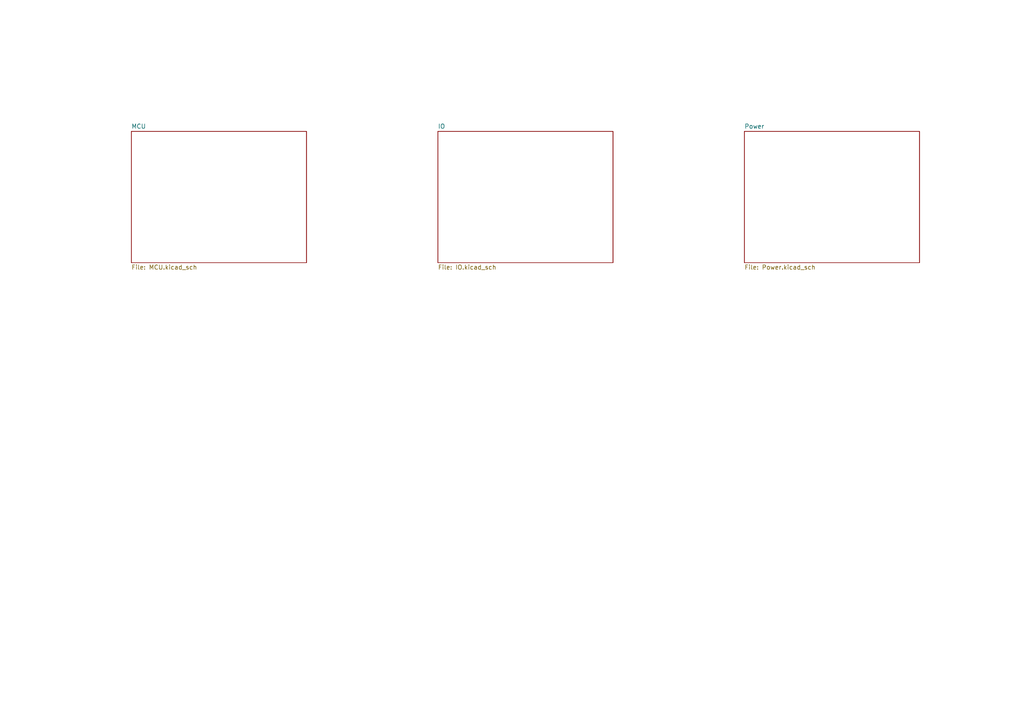
<source format=kicad_sch>
(kicad_sch (version 20230121) (generator eeschema)
  (paper "A4")
  (title_block (title "Contents") (date "2021-02-13") (rev "A0.2"))
  (lib_symbols)
  (sheet (at 38.1 38.1) (size 50.8 38.1)
    (property "Sheetname" "MCU" (at 38.1 37.3884 0) (effects (justify left bottom)))
    (property "Sheetfile" "MCU.kicad_sch" (at 38.1 76.7846 0) (effects (justify left top)))
  )
  (sheet (at 127 38.1) (size 50.8 38.1)
    (property "Sheetname" "IO" (at 127 37.3884 0) (effects (justify left bottom)))
    (property "Sheetfile" "IO.kicad_sch" (at 127 76.7846 0) (effects (justify left top)))
  )
  (sheet (at 215.9 38.1) (size 50.8 38.1)
    (property "Sheetname" "Power" (at 215.9 37.3884 0) (effects (justify left bottom)))
    (property "Sheetfile" "Power.kicad_sch" (at 215.9 76.7846 0) (effects (justify left top)))
  )
)
</source>
